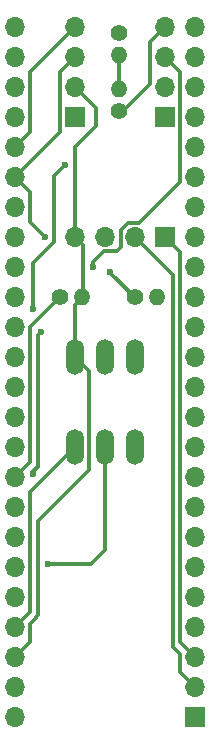
<source format=gtl>
G04 #@! TF.FileFunction,Copper,L1,Top,Signal*
%FSLAX46Y46*%
G04 Gerber Fmt 4.6, Leading zero omitted, Abs format (unit mm)*
G04 Created by KiCad (PCBNEW 4.0.6) date 05/30/17 16:39:26*
%MOMM*%
%LPD*%
G01*
G04 APERTURE LIST*
%ADD10C,0.100000*%
%ADD11R,1.700000X1.700000*%
%ADD12O,1.700000X1.700000*%
%ADD13O,1.510000X3.010000*%
%ADD14C,1.400000*%
%ADD15O,1.400000X1.400000*%
%ADD16C,0.600000*%
%ADD17C,0.300000*%
G04 APERTURE END LIST*
D10*
D11*
X6350000Y52070000D03*
D12*
X6350000Y54610000D03*
X6350000Y57150000D03*
X6350000Y59690000D03*
D11*
X13970000Y41910000D03*
D12*
X11430000Y41910000D03*
X8890000Y41910000D03*
X6350000Y41910000D03*
D11*
X13970000Y52070000D03*
D12*
X13970000Y54610000D03*
X13970000Y57150000D03*
X13970000Y59690000D03*
D13*
X6350000Y24130000D03*
X8890000Y24130000D03*
X11430000Y24130000D03*
X6350000Y31750000D03*
X8890000Y31750000D03*
X11430000Y31750000D03*
D14*
X5080000Y36830000D03*
D15*
X6980000Y36830000D03*
D14*
X10040000Y52580000D03*
D15*
X10040000Y54480000D03*
D14*
X11430000Y36830000D03*
D15*
X13330000Y36830000D03*
D14*
X10040000Y59200000D03*
D15*
X10040000Y57300000D03*
D11*
X16510000Y1270000D03*
D12*
X1270000Y1270000D03*
X16510000Y3810000D03*
X1270000Y3810000D03*
X16510000Y6350000D03*
X1270000Y6350000D03*
X16510000Y8890000D03*
X1270000Y8890000D03*
X16510000Y11430000D03*
X1270000Y11430000D03*
X16510000Y13970000D03*
X1270000Y13970000D03*
X16510000Y16510000D03*
X1270000Y16510000D03*
X16510000Y19050000D03*
X1270000Y19050000D03*
X16510000Y21590000D03*
X1270000Y21590000D03*
X16510000Y24130000D03*
X1270000Y24130000D03*
X16510000Y26670000D03*
X1270000Y26670000D03*
X16510000Y29210000D03*
X1270000Y29210000D03*
X16510000Y31750000D03*
X1270000Y31750000D03*
X16510000Y34290000D03*
X1270000Y34290000D03*
X16510000Y36830000D03*
X1270000Y36830000D03*
X16510000Y39370000D03*
X1270000Y39370000D03*
X16510000Y41910000D03*
X1270000Y41910000D03*
X16510000Y44450000D03*
X1270000Y44450000D03*
X16510000Y46990000D03*
X1270000Y46990000D03*
X16510000Y49530000D03*
X1270000Y49530000D03*
X16510000Y52070000D03*
X1270000Y52070000D03*
X16510000Y54610000D03*
X1270000Y54610000D03*
X16510000Y57150000D03*
X1270000Y57150000D03*
X16510000Y59690000D03*
X1270000Y59690000D03*
D16*
X9343684Y38973990D03*
X3810000Y41910000D03*
X7874000Y39370000D03*
X5461000Y48006000D03*
X2794000Y35814000D03*
X3429000Y33909000D03*
X2794000Y21844000D03*
X4064000Y14224000D03*
D17*
X9343684Y38916316D02*
X9343684Y38973990D01*
X11430000Y36830000D02*
X9343684Y38916316D01*
X3810000Y41910000D02*
X2540000Y43180000D01*
X2540000Y43180000D02*
X2540000Y45720000D01*
X2540000Y45720000D02*
X1270000Y46990000D01*
X1270000Y46990000D02*
X5080000Y50800000D01*
X5080000Y50800000D02*
X5080000Y55880000D01*
X5080000Y55880000D02*
X6350000Y57150000D01*
X6350000Y59690000D02*
X2540000Y55880000D01*
X2540000Y55880000D02*
X2540000Y50800000D01*
X2540000Y50800000D02*
X1270000Y49530000D01*
X7874000Y39370000D02*
X7869354Y39374646D01*
X7869354Y39374646D02*
X7869354Y39813374D01*
X7869354Y39813374D02*
X8765979Y40709999D01*
X10229999Y42486001D02*
X10853999Y43110001D01*
X8765979Y40709999D02*
X9898529Y40709999D01*
X9898529Y40709999D02*
X10229999Y41041469D01*
X10229999Y41041469D02*
X10229999Y42486001D01*
X10853999Y43110001D02*
X11777359Y43110001D01*
X11777359Y43110001D02*
X15240000Y46572642D01*
X15240000Y46572642D02*
X15240000Y55880000D01*
X15240000Y55880000D02*
X13970000Y57150000D01*
X5080000Y36830000D02*
X2540000Y34290000D01*
X2540000Y34290000D02*
X2540000Y22860000D01*
X2540000Y22860000D02*
X1270000Y21590000D01*
X3429000Y33909000D02*
X3175000Y33655000D01*
X3175000Y33655000D02*
X3175000Y22479000D01*
X3175000Y22479000D02*
X2794000Y22098000D01*
X2794000Y22098000D02*
X2794000Y21844000D01*
X5461000Y48006000D02*
X4572000Y47117000D01*
X4572000Y47117000D02*
X4572000Y41529000D01*
X4572000Y41529000D02*
X2794000Y39751000D01*
X2794000Y39751000D02*
X2794000Y35814000D01*
X10040000Y52580000D02*
X10033000Y52578000D01*
X10033000Y52578000D02*
X10414000Y52578000D01*
X10414000Y52578000D02*
X12700000Y54864000D01*
X12700000Y54864000D02*
X12700000Y58420000D01*
X12700000Y58420000D02*
X13970000Y59690000D01*
X6350000Y54610000D02*
X8143240Y52816760D01*
X8143240Y52816760D02*
X8143240Y51323240D01*
X8143240Y51323240D02*
X6350000Y49530000D01*
X6350000Y49530000D02*
X6350000Y41910000D01*
X6350000Y31750000D02*
X7493000Y30607000D01*
X7493000Y30607000D02*
X7493000Y22225000D01*
X7493000Y22225000D02*
X3175000Y17907000D01*
X3175000Y17907000D02*
X3175000Y9906000D01*
X3175000Y9906000D02*
X3048000Y9779000D01*
X3048000Y9779000D02*
X3048000Y9652000D01*
X3048000Y9652000D02*
X2540000Y9144000D01*
X2540000Y9144000D02*
X2540000Y7620000D01*
X2540000Y7620000D02*
X1270000Y6350000D01*
X6350000Y41910000D02*
X6985000Y41275000D01*
X6985000Y41275000D02*
X6985000Y36830000D01*
X6985000Y36830000D02*
X6980000Y36830000D01*
X6985000Y36830000D02*
X6350000Y36195000D01*
X6350000Y36195000D02*
X6350000Y31750000D01*
X10040000Y54480000D02*
X10033000Y54483000D01*
X10033000Y54483000D02*
X10033000Y57277000D01*
X10033000Y57277000D02*
X10040000Y57300000D01*
X13970000Y41910000D02*
X15240000Y40640000D01*
X15240000Y40640000D02*
X15240000Y7620000D01*
X15240000Y7620000D02*
X16510000Y6350000D01*
X11430000Y41910000D02*
X14605000Y38735000D01*
X15240000Y6604000D02*
X15240000Y5080000D01*
X14605000Y38735000D02*
X14605000Y7239000D01*
X14605000Y7239000D02*
X15240000Y6604000D01*
X15240000Y5080000D02*
X16510000Y3810000D01*
X6350000Y24130000D02*
X2540000Y20320000D01*
X2540000Y20320000D02*
X2540000Y10160000D01*
X2540000Y10160000D02*
X1270000Y8890000D01*
X4064000Y14224000D02*
X7707721Y14224000D01*
X7707721Y14224000D02*
X8890000Y15406279D01*
X8890000Y15406279D02*
X8890000Y24130000D01*
M02*

</source>
